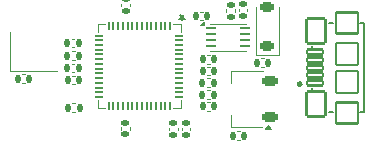
<source format=gbr>
%TF.GenerationSoftware,KiCad,Pcbnew,8.0.7*%
%TF.CreationDate,2025-01-16T05:51:54+01:00*%
%TF.ProjectId,RP2040Micro,52503230-3430-44d6-9963-726f2e6b6963,rev?*%
%TF.SameCoordinates,Original*%
%TF.FileFunction,Legend,Top*%
%TF.FilePolarity,Positive*%
%FSLAX46Y46*%
G04 Gerber Fmt 4.6, Leading zero omitted, Abs format (unit mm)*
G04 Created by KiCad (PCBNEW 8.0.7) date 2025-01-16 05:51:54*
%MOMM*%
%LPD*%
G01*
G04 APERTURE LIST*
G04 Aperture macros list*
%AMRoundRect*
0 Rectangle with rounded corners*
0 $1 Rounding radius*
0 $2 $3 $4 $5 $6 $7 $8 $9 X,Y pos of 4 corners*
0 Add a 4 corners polygon primitive as box body*
4,1,4,$2,$3,$4,$5,$6,$7,$8,$9,$2,$3,0*
0 Add four circle primitives for the rounded corners*
1,1,$1+$1,$2,$3*
1,1,$1+$1,$4,$5*
1,1,$1+$1,$6,$7*
1,1,$1+$1,$8,$9*
0 Add four rect primitives between the rounded corners*
20,1,$1+$1,$2,$3,$4,$5,0*
20,1,$1+$1,$4,$5,$6,$7,0*
20,1,$1+$1,$6,$7,$8,$9,0*
20,1,$1+$1,$8,$9,$2,$3,0*%
%AMFreePoly0*
4,1,9,3.862500,-0.866500,0.737500,-0.866500,0.737500,-0.450000,-0.737500,-0.450000,-0.737500,0.450000,0.737500,0.450000,0.737500,0.866500,3.862500,0.866500,3.862500,-0.866500,3.862500,-0.866500,$1*%
G04 Aperture macros list end*
%ADD10C,0.153000*%
%ADD11C,0.120000*%
%ADD12C,0.127000*%
%ADD13C,0.300000*%
%ADD14RoundRect,0.140000X-0.170000X0.140000X-0.170000X-0.140000X0.170000X-0.140000X0.170000X0.140000X0*%
%ADD15RoundRect,0.135000X0.135000X0.185000X-0.135000X0.185000X-0.135000X-0.185000X0.135000X-0.185000X0*%
%ADD16RoundRect,0.140000X0.140000X0.170000X-0.140000X0.170000X-0.140000X-0.170000X0.140000X-0.170000X0*%
%ADD17RoundRect,0.225000X0.375000X-0.225000X0.375000X0.225000X-0.375000X0.225000X-0.375000X-0.225000X0*%
%ADD18RoundRect,0.140000X-0.140000X-0.170000X0.140000X-0.170000X0.140000X0.170000X-0.140000X0.170000X0*%
%ADD19R,1.400000X1.200000*%
%ADD20RoundRect,0.140000X0.170000X-0.140000X0.170000X0.140000X-0.170000X0.140000X-0.170000X-0.140000X0*%
%ADD21RoundRect,0.225000X0.425000X0.225000X-0.425000X0.225000X-0.425000X-0.225000X0.425000X-0.225000X0*%
%ADD22FreePoly0,180.000000*%
%ADD23RoundRect,0.050000X-0.050000X0.330000X-0.050000X-0.330000X0.050000X-0.330000X0.050000X0.330000X0*%
%ADD24RoundRect,0.050000X0.330000X0.050000X-0.330000X0.050000X-0.330000X-0.050000X0.330000X-0.050000X0*%
%ADD25RoundRect,0.102000X-0.787400X0.787400X-0.787400X-0.787400X0.787400X-0.787400X0.787400X0.787400X0*%
%ADD26C,1.778800*%
%ADD27RoundRect,0.102000X0.675000X-0.200000X0.675000X0.200000X-0.675000X0.200000X-0.675000X-0.200000X0*%
%ADD28RoundRect,0.102000X0.800000X-1.050000X0.800000X1.050000X-0.800000X1.050000X-0.800000X-1.050000X0*%
%ADD29RoundRect,0.102000X0.950000X-0.900000X0.950000X0.900000X-0.950000X0.900000X-0.950000X-0.900000X0*%
%ADD30RoundRect,0.102000X0.950000X-0.950000X0.950000X0.950000X-0.950000X0.950000X-0.950000X-0.950000X0*%
%ADD31RoundRect,0.062500X-0.387500X-0.062500X0.387500X-0.062500X0.387500X0.062500X-0.387500X0.062500X0*%
%ADD32R,0.200000X1.600000*%
%ADD33RoundRect,0.135000X0.185000X-0.135000X0.185000X0.135000X-0.185000X0.135000X-0.185000X-0.135000X0*%
G04 APERTURE END LIST*
D10*
X120724999Y-86670336D02*
X120724999Y-86432241D01*
X120963094Y-86527479D02*
X120724999Y-86432241D01*
X120724999Y-86432241D02*
X120486904Y-86527479D01*
X120867856Y-86241765D02*
X120724999Y-86432241D01*
X120724999Y-86432241D02*
X120582142Y-86241765D01*
D11*
%TO.C,C11*%
X115590000Y-95692164D02*
X115590000Y-95907836D01*
X116310000Y-95692164D02*
X116310000Y-95907836D01*
%TO.C,R2*%
X111703641Y-89295000D02*
X111396359Y-89295000D01*
X111703641Y-90055000D02*
X111396359Y-90055000D01*
%TO.C,C12*%
X111632836Y-90340000D02*
X111417164Y-90340000D01*
X111632836Y-91060000D02*
X111417164Y-91060000D01*
%TO.C,R4*%
X123138641Y-92570000D02*
X122831359Y-92570000D01*
X123138641Y-93330000D02*
X122831359Y-93330000D01*
%TO.C,D1*%
X126970000Y-89580000D02*
X126970000Y-85570000D01*
X126970000Y-89580000D02*
X128970000Y-89580000D01*
X128970000Y-89580000D02*
X128970000Y-85570000D01*
%TO.C,C14*%
X122302164Y-85920000D02*
X122517836Y-85920000D01*
X122302164Y-86640000D02*
X122517836Y-86640000D01*
%TO.C,C9*%
X119665000Y-95742164D02*
X119665000Y-95957836D01*
X120385000Y-95742164D02*
X120385000Y-95957836D01*
%TO.C,C6*%
X122887164Y-89615000D02*
X123102836Y-89615000D01*
X122887164Y-90335000D02*
X123102836Y-90335000D01*
%TO.C,Y1*%
X106150000Y-90925000D02*
X106150000Y-87625000D01*
X110150000Y-90925000D02*
X106150000Y-90925000D01*
%TO.C,C10*%
X120710000Y-95748164D02*
X120710000Y-95963836D01*
X121430000Y-95748164D02*
X121430000Y-95963836D01*
%TO.C,C13*%
X115615000Y-85482836D02*
X115615000Y-85267164D01*
X116335000Y-85482836D02*
X116335000Y-85267164D01*
%TO.C,U2*%
X124910000Y-90970000D02*
X127630000Y-90970000D01*
X124910000Y-91950000D02*
X124910000Y-90970000D01*
X124910000Y-94710000D02*
X124910000Y-95690000D01*
X127490000Y-95690000D02*
X124910000Y-95690000D01*
X128280000Y-95870000D02*
X127800000Y-95870000D01*
X128040000Y-95540000D01*
X128280000Y-95870000D01*
G36*
X128280000Y-95870000D02*
G01*
X127800000Y-95870000D01*
X128040000Y-95540000D01*
X128280000Y-95870000D01*
G37*
%TO.C,C2*%
X125432164Y-96060000D02*
X125647836Y-96060000D01*
X125432164Y-96780000D02*
X125647836Y-96780000D01*
%TO.C,U1*%
X113594800Y-87001000D02*
X113594800Y-87671000D01*
X113594800Y-94101000D02*
X113594800Y-93431000D01*
X114264800Y-87001000D02*
X113594800Y-87001000D01*
X114264800Y-94101000D02*
X113594800Y-94101000D01*
X120024800Y-87001000D02*
X120694800Y-87001000D01*
X120024800Y-94101000D02*
X120694800Y-94101000D01*
X120694800Y-87001000D02*
X120694800Y-87671000D01*
X120694800Y-94101000D02*
X120694800Y-93431000D01*
%TO.C,C5*%
X107217164Y-91240000D02*
X107432836Y-91240000D01*
X107217164Y-91960000D02*
X107432836Y-91960000D01*
%TO.C,C8*%
X122892164Y-93590000D02*
X123107836Y-93590000D01*
X122892164Y-94310000D02*
X123107836Y-94310000D01*
%TO.C,C4*%
X111632836Y-88240000D02*
X111417164Y-88240000D01*
X111632836Y-88960000D02*
X111417164Y-88960000D01*
D12*
%TO.C,J1*%
X131775000Y-88950000D02*
X131775000Y-88840000D01*
X131775000Y-92500000D02*
X131775000Y-92390000D01*
X133150000Y-86920000D02*
X133500000Y-86920000D01*
X133150000Y-94420000D02*
X133500000Y-94420000D01*
X135850000Y-94420000D02*
X136125000Y-94420000D01*
X136125000Y-86920000D02*
X135850000Y-86920000D01*
X136125000Y-94420000D02*
X136125000Y-86920000D01*
D13*
X130800000Y-92070000D02*
G75*
G02*
X130600000Y-92070000I-100000J0D01*
G01*
X130600000Y-92070000D02*
G75*
G02*
X130800000Y-92070000I100000J0D01*
G01*
D11*
%TO.C,R6*%
X111718641Y-93670000D02*
X111411359Y-93670000D01*
X111718641Y-94430000D02*
X111411359Y-94430000D01*
%TO.C,C1*%
X127667836Y-89880000D02*
X127452164Y-89880000D01*
X127667836Y-90600000D02*
X127452164Y-90600000D01*
%TO.C,R3*%
X123138641Y-91570000D02*
X122831359Y-91570000D01*
X123138641Y-92330000D02*
X122831359Y-92330000D01*
%TO.C,U4*%
X123125000Y-86965000D02*
X126125000Y-86965000D01*
X123125000Y-89235000D02*
X126125000Y-89235000D01*
X122575000Y-87050000D02*
X122295000Y-87050000D01*
X122575000Y-86770000D01*
X122575000Y-87050000D01*
G36*
X122575000Y-87050000D02*
G01*
X122295000Y-87050000D01*
X122575000Y-86770000D01*
X122575000Y-87050000D01*
G37*
%TO.C,C15*%
X122892164Y-90590000D02*
X123107836Y-90590000D01*
X122892164Y-91310000D02*
X123107836Y-91310000D01*
%TO.C,R1*%
X124490000Y-85993641D02*
X124490000Y-85686359D01*
X125250000Y-85993641D02*
X125250000Y-85686359D01*
%TO.C,C7*%
X111657836Y-91340000D02*
X111442164Y-91340000D01*
X111657836Y-92060000D02*
X111442164Y-92060000D01*
%TO.C,C3*%
X125540000Y-85907836D02*
X125540000Y-85692164D01*
X126260000Y-85907836D02*
X126260000Y-85692164D01*
%TD*%
%LPC*%
%TO.C,U1*%
X116919800Y-90326000D02*
X115819800Y-90326000D01*
X115819800Y-89226000D01*
X116919800Y-89226000D01*
X116919800Y-90326000D01*
G36*
X116919800Y-90326000D02*
G01*
X115819800Y-90326000D01*
X115819800Y-89226000D01*
X116919800Y-89226000D01*
X116919800Y-90326000D01*
G37*
X116919800Y-91876000D02*
X115819800Y-91876000D01*
X115819800Y-90776000D01*
X116919800Y-90776000D01*
X116919800Y-91876000D01*
G36*
X116919800Y-91876000D02*
G01*
X115819800Y-91876000D01*
X115819800Y-90776000D01*
X116919800Y-90776000D01*
X116919800Y-91876000D01*
G37*
X118469800Y-90326000D02*
X117369800Y-90326000D01*
X117369800Y-89226000D01*
X118469800Y-89226000D01*
X118469800Y-90326000D01*
G36*
X118469800Y-90326000D02*
G01*
X117369800Y-90326000D01*
X117369800Y-89226000D01*
X118469800Y-89226000D01*
X118469800Y-90326000D01*
G37*
X118469800Y-91876000D02*
X117369800Y-91876000D01*
X117369800Y-90776000D01*
X118469800Y-90776000D01*
X118469800Y-91876000D01*
G36*
X118469800Y-91876000D02*
G01*
X117369800Y-91876000D01*
X117369800Y-90776000D01*
X118469800Y-90776000D01*
X118469800Y-91876000D01*
G37*
%TD*%
D14*
%TO.C,C11*%
X115950000Y-95320000D03*
X115950000Y-96280000D03*
%TD*%
D15*
%TO.C,R2*%
X112060000Y-89675000D03*
X111040000Y-89675000D03*
%TD*%
D16*
%TO.C,C12*%
X112005000Y-90700000D03*
X111045000Y-90700000D03*
%TD*%
D15*
%TO.C,R4*%
X123495000Y-92950000D03*
X122475000Y-92950000D03*
%TD*%
D17*
%TO.C,D1*%
X127970000Y-88870000D03*
X127970000Y-85570000D03*
%TD*%
D18*
%TO.C,C14*%
X121930000Y-86280000D03*
X122890000Y-86280000D03*
%TD*%
D14*
%TO.C,C9*%
X120025000Y-95370000D03*
X120025000Y-96330000D03*
%TD*%
D18*
%TO.C,C6*%
X122515000Y-89975000D03*
X123475000Y-89975000D03*
%TD*%
D19*
%TO.C,Y1*%
X107050000Y-90125000D03*
X109250000Y-90125000D03*
X109250000Y-88425000D03*
X107050000Y-88425000D03*
%TD*%
D14*
%TO.C,C10*%
X121070000Y-95376000D03*
X121070000Y-96336000D03*
%TD*%
D20*
%TO.C,C13*%
X115975000Y-85855000D03*
X115975000Y-84895000D03*
%TD*%
D21*
%TO.C,U2*%
X128220000Y-94830000D03*
D22*
X128132500Y-93330000D03*
D21*
X128220000Y-91830000D03*
%TD*%
D18*
%TO.C,C2*%
X125060000Y-96420000D03*
X126020000Y-96420000D03*
%TD*%
D23*
%TO.C,U1*%
X119744800Y-87166000D03*
X119344800Y-87166000D03*
X118944800Y-87166000D03*
X118544800Y-87166000D03*
X118144800Y-87166000D03*
X117744800Y-87166000D03*
X117344800Y-87166000D03*
X116944800Y-87166000D03*
X116544800Y-87166000D03*
X116144800Y-87166000D03*
X115744800Y-87166000D03*
X115344800Y-87166000D03*
X114944800Y-87166000D03*
X114544800Y-87166000D03*
D24*
X113759800Y-87951000D03*
X113759800Y-88351000D03*
X113759800Y-88751000D03*
X113759800Y-89151000D03*
X113759800Y-89551000D03*
X113759800Y-89951000D03*
X113759800Y-90351000D03*
X113759800Y-90751000D03*
X113759800Y-91151000D03*
X113759800Y-91551000D03*
X113759800Y-91951000D03*
X113759800Y-92351000D03*
X113759800Y-92751000D03*
X113759800Y-93151000D03*
D23*
X114544800Y-93936000D03*
X114944800Y-93936000D03*
X115344800Y-93936000D03*
X115744800Y-93936000D03*
X116144800Y-93936000D03*
X116544800Y-93936000D03*
X116944800Y-93936000D03*
X117344800Y-93936000D03*
X117744800Y-93936000D03*
X118144800Y-93936000D03*
X118544800Y-93936000D03*
X118944800Y-93936000D03*
X119344800Y-93936000D03*
X119744800Y-93936000D03*
D24*
X120529800Y-93151000D03*
X120529800Y-92751000D03*
X120529800Y-92351000D03*
X120529800Y-91951000D03*
X120529800Y-91551000D03*
X120529800Y-91151000D03*
X120529800Y-90751000D03*
X120529800Y-90351000D03*
X120529800Y-89951000D03*
X120529800Y-89551000D03*
X120529800Y-89151000D03*
X120529800Y-88751000D03*
X120529800Y-88351000D03*
X120529800Y-87951000D03*
%TD*%
D18*
%TO.C,C5*%
X106845000Y-91600000D03*
X107805000Y-91600000D03*
%TD*%
%TO.C,C8*%
X122520000Y-93950000D03*
X123480000Y-93950000D03*
%TD*%
D16*
%TO.C,C4*%
X112005000Y-88600000D03*
X111045000Y-88600000D03*
%TD*%
D25*
%TO.C,U5*%
X134650000Y-83000000D03*
D26*
X132110000Y-83000000D03*
X129570000Y-83000000D03*
X127030000Y-83000000D03*
X124490000Y-83000000D03*
X121950000Y-83000000D03*
X119410000Y-83000000D03*
X116870000Y-83000000D03*
X114330000Y-83000000D03*
X111790000Y-83000000D03*
X109250000Y-83000000D03*
X106710000Y-83000000D03*
X106710000Y-98240000D03*
X109250000Y-98240000D03*
X111790000Y-98240000D03*
X114330000Y-98240000D03*
X116870000Y-98240000D03*
X119410000Y-98240000D03*
X121950000Y-98240000D03*
X124490000Y-98240000D03*
X127030000Y-98240000D03*
X129570000Y-98240000D03*
X132110000Y-98240000D03*
X134650000Y-98240000D03*
%TD*%
D27*
%TO.C,J1*%
X132000000Y-91970000D03*
X132000000Y-91320000D03*
X132000000Y-90670000D03*
X132000000Y-90020000D03*
X132000000Y-89370000D03*
D28*
X132125000Y-93770000D03*
X132125000Y-87570000D03*
D29*
X134675000Y-94470000D03*
D30*
X134675000Y-91870000D03*
X134675000Y-89470000D03*
D29*
X134675000Y-86870000D03*
%TD*%
D15*
%TO.C,R6*%
X112075000Y-94050000D03*
X111055000Y-94050000D03*
%TD*%
D16*
%TO.C,C1*%
X128040000Y-90240000D03*
X127080000Y-90240000D03*
%TD*%
D15*
%TO.C,R3*%
X123495000Y-91950000D03*
X122475000Y-91950000D03*
%TD*%
D31*
%TO.C,U4*%
X123200000Y-87350000D03*
X123200000Y-87850000D03*
X123200000Y-88350000D03*
X123200000Y-88850000D03*
X126050000Y-88850000D03*
X126050000Y-88350000D03*
X126050000Y-87850000D03*
X126050000Y-87350000D03*
D32*
X124625000Y-88100000D03*
%TD*%
D18*
%TO.C,C15*%
X122520000Y-90950000D03*
X123480000Y-90950000D03*
%TD*%
D33*
%TO.C,R1*%
X124870000Y-86350000D03*
X124870000Y-85330000D03*
%TD*%
D16*
%TO.C,C7*%
X112030000Y-91700000D03*
X111070000Y-91700000D03*
%TD*%
D20*
%TO.C,C3*%
X125900000Y-86280000D03*
X125900000Y-85320000D03*
%TD*%
%LPD*%
M02*

</source>
